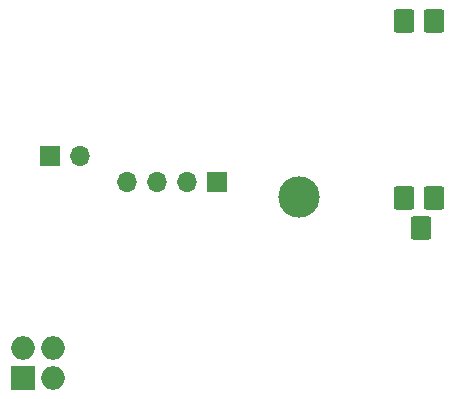
<source format=gbr>
%TF.GenerationSoftware,KiCad,Pcbnew,8.0.5-8.0.5-0~ubuntu22.04.1*%
%TF.CreationDate,2024-11-13T11:33:31+02:00*%
%TF.ProjectId,spindle_fan_control,7370696e-646c-4655-9f66-616e5f636f6e,rev?*%
%TF.SameCoordinates,PX7735940PY6252e60*%
%TF.FileFunction,Soldermask,Bot*%
%TF.FilePolarity,Negative*%
%FSLAX46Y46*%
G04 Gerber Fmt 4.6, Leading zero omitted, Abs format (unit mm)*
G04 Created by KiCad (PCBNEW 8.0.5-8.0.5-0~ubuntu22.04.1) date 2024-11-13 11:33:31*
%MOMM*%
%LPD*%
G01*
G04 APERTURE LIST*
G04 Aperture macros list*
%AMRoundRect*
0 Rectangle with rounded corners*
0 $1 Rounding radius*
0 $2 $3 $4 $5 $6 $7 $8 $9 X,Y pos of 4 corners*
0 Add a 4 corners polygon primitive as box body*
4,1,4,$2,$3,$4,$5,$6,$7,$8,$9,$2,$3,0*
0 Add four circle primitives for the rounded corners*
1,1,$1+$1,$2,$3*
1,1,$1+$1,$4,$5*
1,1,$1+$1,$6,$7*
1,1,$1+$1,$8,$9*
0 Add four rect primitives between the rounded corners*
20,1,$1+$1,$2,$3,$4,$5,0*
20,1,$1+$1,$4,$5,$6,$7,0*
20,1,$1+$1,$6,$7,$8,$9,0*
20,1,$1+$1,$8,$9,$2,$3,0*%
G04 Aperture macros list end*
%ADD10RoundRect,0.212500X0.637500X-0.787500X0.637500X0.787500X-0.637500X0.787500X-0.637500X-0.787500X0*%
%ADD11R,2.000000X2.000000*%
%ADD12O,2.000000X2.000000*%
%ADD13C,3.500000*%
%ADD14R,1.700000X1.700000*%
%ADD15O,1.700000X1.700000*%
G04 APERTURE END LIST*
D10*
%TO.C,U2*%
X8900000Y-100000D03*
X10300000Y-2600000D03*
X11400000Y-100000D03*
X8860000Y14900000D03*
X11400000Y14900000D03*
%TD*%
D11*
%TO.C,J1*%
X-23400000Y-15300000D03*
D12*
X-23400000Y-12760000D03*
X-20860000Y-12760000D03*
X-20860000Y-15300000D03*
%TD*%
D13*
%TO.C,REF\u002A\u002A*%
X0Y0D03*
%TD*%
D14*
%TO.C,TH1*%
X-21080000Y3450000D03*
D15*
X-18540000Y3450000D03*
%TD*%
D14*
%TO.C,J2*%
X-6980000Y1225000D03*
D15*
X-9520000Y1225000D03*
X-12060000Y1225000D03*
X-14600000Y1225000D03*
%TD*%
M02*

</source>
